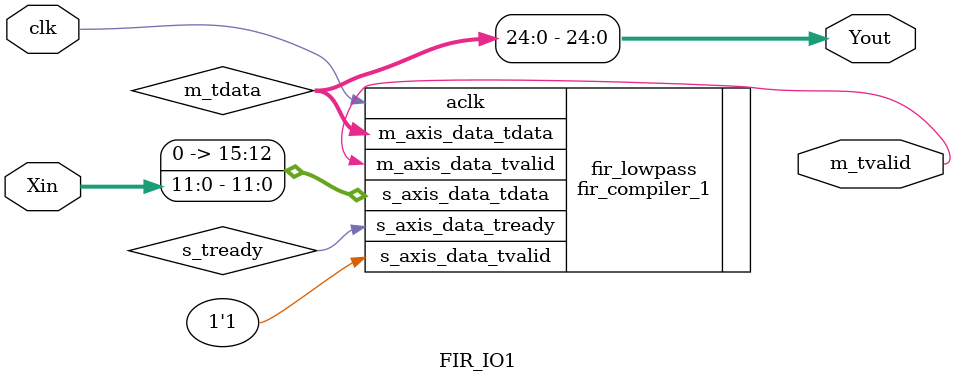
<source format=v>
`timescale 1ns / 1ps

module FIR_IO1
(
    input clk,                  //FPGAÏµÍ³Ê±ÖÓ/Êý¾ÝËÙÂÊ£º2kHz
    input signed [11:0] Xin,    //Êý¾ÝÊäÈëÆµÂÊÎª2kHZ
    output m_tvalid,            //FIRÊä³öÊý¾ÝÓÐÐ§ÐÅºÅ
    output signed [24:0] Yout   //ÂË²¨ºóµÄÊä³öÊý¾Ý 
);

wire s_tready;
wire signed [31:0] m_tdata;
    
fir_compiler_1 fir_lowpass
(
        .aclk                 (clk),
        .s_axis_data_tvalid   (1'b1),
        .s_axis_data_tready   (s_tready),
        .s_axis_data_tdata    ({4'b0000,Xin}),
        .m_axis_data_tvalid   (m_tvalid),
        .m_axis_data_tdata    (m_tdata)
);

assign Yout =  m_tdata[24:0];

endmodule

</source>
